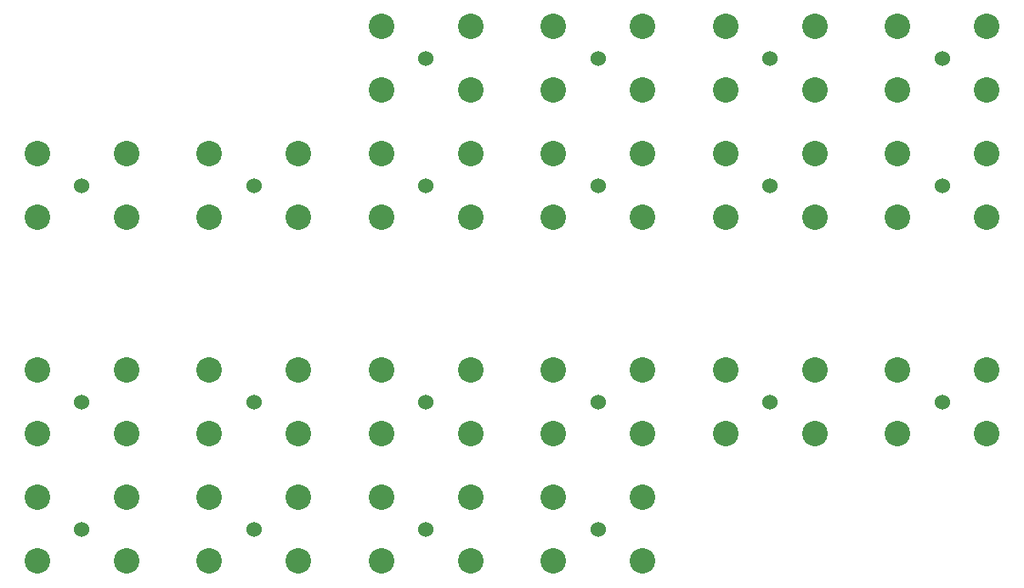
<source format=gbr>
%TF.GenerationSoftware,KiCad,Pcbnew,8.0.6-8.0.6-0~ubuntu24.04.1*%
%TF.CreationDate,2024-10-24T14:27:10-04:00*%
%TF.ProjectId,panel,70616e65-6c2e-46b6-9963-61645f706362,rev?*%
%TF.SameCoordinates,Original*%
%TF.FileFunction,Soldermask,Bot*%
%TF.FilePolarity,Negative*%
%FSLAX46Y46*%
G04 Gerber Fmt 4.6, Leading zero omitted, Abs format (unit mm)*
G04 Created by KiCad (PCBNEW 8.0.6-8.0.6-0~ubuntu24.04.1) date 2024-10-24 14:27:10*
%MOMM*%
%LPD*%
G01*
G04 APERTURE LIST*
%ADD10C,2.540000*%
%ADD11C,1.524000*%
G04 APERTURE END LIST*
D10*
%TO.C,J7*%
X106680000Y-38735000D03*
%TD*%
%TO.C,J6*%
X115570000Y-45085000D03*
%TD*%
%TO.C,J1*%
X106680000Y-57785000D03*
%TD*%
D11*
%TO.C,H1*%
X111125000Y-54610000D03*
%TD*%
D10*
%TO.C,J12*%
X64135000Y-51435000D03*
%TD*%
D11*
%TO.C,H3*%
X59690000Y-54610000D03*
%TD*%
D10*
%TO.C,J5*%
X106680000Y-45085000D03*
%TD*%
%TO.C,J4*%
X115570000Y-51435000D03*
%TD*%
%TO.C,J3*%
X106680000Y-51435000D03*
%TD*%
%TO.C,J7*%
X140970000Y-38735000D03*
%TD*%
%TO.C,J6*%
X149860000Y-45085000D03*
%TD*%
%TO.C,J1*%
X140970000Y-57785000D03*
%TD*%
D11*
%TO.C,H1*%
X145415000Y-54610000D03*
%TD*%
D10*
%TO.C,J5*%
X140970000Y-45085000D03*
%TD*%
D11*
%TO.C,H2*%
X111125000Y-41910000D03*
%TD*%
D10*
%TO.C,J8*%
X115570000Y-38735000D03*
%TD*%
%TO.C,J2*%
X115570000Y-57785000D03*
%TD*%
%TO.C,J11*%
X55245000Y-51435000D03*
%TD*%
%TO.C,J10*%
X64135000Y-57785000D03*
%TD*%
%TO.C,J9*%
X55245000Y-57785000D03*
%TD*%
%TO.C,J12*%
X81280000Y-51435000D03*
%TD*%
D11*
%TO.C,H3*%
X76835000Y-54610000D03*
%TD*%
%TO.C,H2*%
X93980000Y-41910000D03*
%TD*%
D10*
%TO.C,J1*%
X89535000Y-57785000D03*
%TD*%
D11*
%TO.C,H1*%
X93980000Y-54610000D03*
%TD*%
D10*
%TO.C,J7*%
X89535000Y-38735000D03*
%TD*%
%TO.C,J6*%
X98425000Y-45085000D03*
%TD*%
%TO.C,J11*%
X72390000Y-51435000D03*
%TD*%
%TO.C,J10*%
X81280000Y-57785000D03*
%TD*%
%TO.C,J4*%
X98425000Y-51435000D03*
%TD*%
%TO.C,J9*%
X72390000Y-57785000D03*
%TD*%
%TO.C,J8*%
X98425000Y-38735000D03*
%TD*%
%TO.C,J2*%
X98425000Y-57785000D03*
%TD*%
%TO.C,J3*%
X89535000Y-51435000D03*
%TD*%
%TO.C,J5*%
X89535000Y-45085000D03*
%TD*%
%TO.C,J4*%
X149860000Y-51435000D03*
%TD*%
%TO.C,J3*%
X140970000Y-51435000D03*
%TD*%
D11*
%TO.C,H2*%
X145415000Y-41910000D03*
%TD*%
D10*
%TO.C,J8*%
X149860000Y-38735000D03*
%TD*%
%TO.C,J2*%
X149860000Y-57785000D03*
%TD*%
D11*
%TO.C,H2*%
X128270000Y-41910000D03*
%TD*%
D10*
%TO.C,J1*%
X123825000Y-57785000D03*
%TD*%
D11*
%TO.C,H1*%
X128270000Y-54610000D03*
%TD*%
D10*
%TO.C,J7*%
X123825000Y-38735000D03*
%TD*%
%TO.C,J6*%
X132715000Y-45085000D03*
%TD*%
%TO.C,J4*%
X132715000Y-51435000D03*
%TD*%
%TO.C,J8*%
X132715000Y-38735000D03*
%TD*%
%TO.C,J2*%
X132715000Y-57785000D03*
%TD*%
%TO.C,J3*%
X123825000Y-51435000D03*
%TD*%
%TO.C,J5*%
X123825000Y-45085000D03*
%TD*%
%TO.C,J7*%
X64135000Y-92075000D03*
%TD*%
%TO.C,J6*%
X55245000Y-85725000D03*
%TD*%
%TO.C,J1*%
X64135000Y-73025000D03*
%TD*%
D11*
%TO.C,H1*%
X59690000Y-76200000D03*
%TD*%
D10*
%TO.C,J5*%
X64135000Y-85725000D03*
%TD*%
%TO.C,J4*%
X55245000Y-79375000D03*
%TD*%
%TO.C,J3*%
X64135000Y-79375000D03*
%TD*%
D11*
%TO.C,H2*%
X59690000Y-88900000D03*
%TD*%
D10*
%TO.C,J8*%
X55245000Y-92075000D03*
%TD*%
%TO.C,J2*%
X55245000Y-73025000D03*
%TD*%
D11*
%TO.C,H2*%
X76835000Y-88900000D03*
%TD*%
D10*
%TO.C,J1*%
X81280000Y-73025000D03*
%TD*%
D11*
%TO.C,H1*%
X76835000Y-76200000D03*
%TD*%
D10*
%TO.C,J7*%
X81280000Y-92075000D03*
%TD*%
%TO.C,J6*%
X72390000Y-85725000D03*
%TD*%
%TO.C,J4*%
X72390000Y-79375000D03*
%TD*%
%TO.C,J8*%
X72390000Y-92075000D03*
%TD*%
%TO.C,J2*%
X72390000Y-73025000D03*
%TD*%
%TO.C,J3*%
X81280000Y-79375000D03*
%TD*%
%TO.C,J5*%
X81280000Y-85725000D03*
%TD*%
D11*
%TO.C,H2*%
X93980000Y-88900000D03*
%TD*%
D10*
%TO.C,J1*%
X98425000Y-73025000D03*
%TD*%
D11*
%TO.C,H1*%
X93980000Y-76200000D03*
%TD*%
D10*
%TO.C,J7*%
X98425000Y-92075000D03*
%TD*%
%TO.C,J6*%
X89535000Y-85725000D03*
%TD*%
%TO.C,J4*%
X89535000Y-79375000D03*
%TD*%
%TO.C,J8*%
X89535000Y-92075000D03*
%TD*%
%TO.C,J2*%
X89535000Y-73025000D03*
%TD*%
%TO.C,J3*%
X98425000Y-79375000D03*
%TD*%
%TO.C,J5*%
X98425000Y-85725000D03*
%TD*%
%TO.C,J12*%
X140970000Y-79375000D03*
%TD*%
D11*
%TO.C,H3*%
X145415000Y-76200000D03*
%TD*%
D10*
%TO.C,J11*%
X149860000Y-79375000D03*
%TD*%
%TO.C,J10*%
X140970000Y-73025000D03*
%TD*%
%TO.C,J9*%
X149860000Y-73025000D03*
%TD*%
D11*
%TO.C,H3*%
X128270000Y-76200000D03*
%TD*%
D10*
%TO.C,J9*%
X132715000Y-73025000D03*
%TD*%
%TO.C,J6*%
X106680000Y-85725000D03*
%TD*%
%TO.C,J11*%
X132715000Y-79375000D03*
%TD*%
%TO.C,J5*%
X115570000Y-85725000D03*
%TD*%
%TO.C,J10*%
X123825000Y-73025000D03*
%TD*%
D11*
%TO.C,H1*%
X111125000Y-76200000D03*
%TD*%
%TO.C,H2*%
X111125000Y-88900000D03*
%TD*%
D10*
%TO.C,J7*%
X115570000Y-92075000D03*
%TD*%
%TO.C,J3*%
X115570000Y-79375000D03*
%TD*%
%TO.C,J2*%
X106680000Y-73025000D03*
%TD*%
%TO.C,J12*%
X123825000Y-79375000D03*
%TD*%
%TO.C,J1*%
X115570000Y-73025000D03*
%TD*%
%TO.C,J8*%
X106680000Y-92075000D03*
%TD*%
%TO.C,J4*%
X106680000Y-79375000D03*
%TD*%
M02*

</source>
